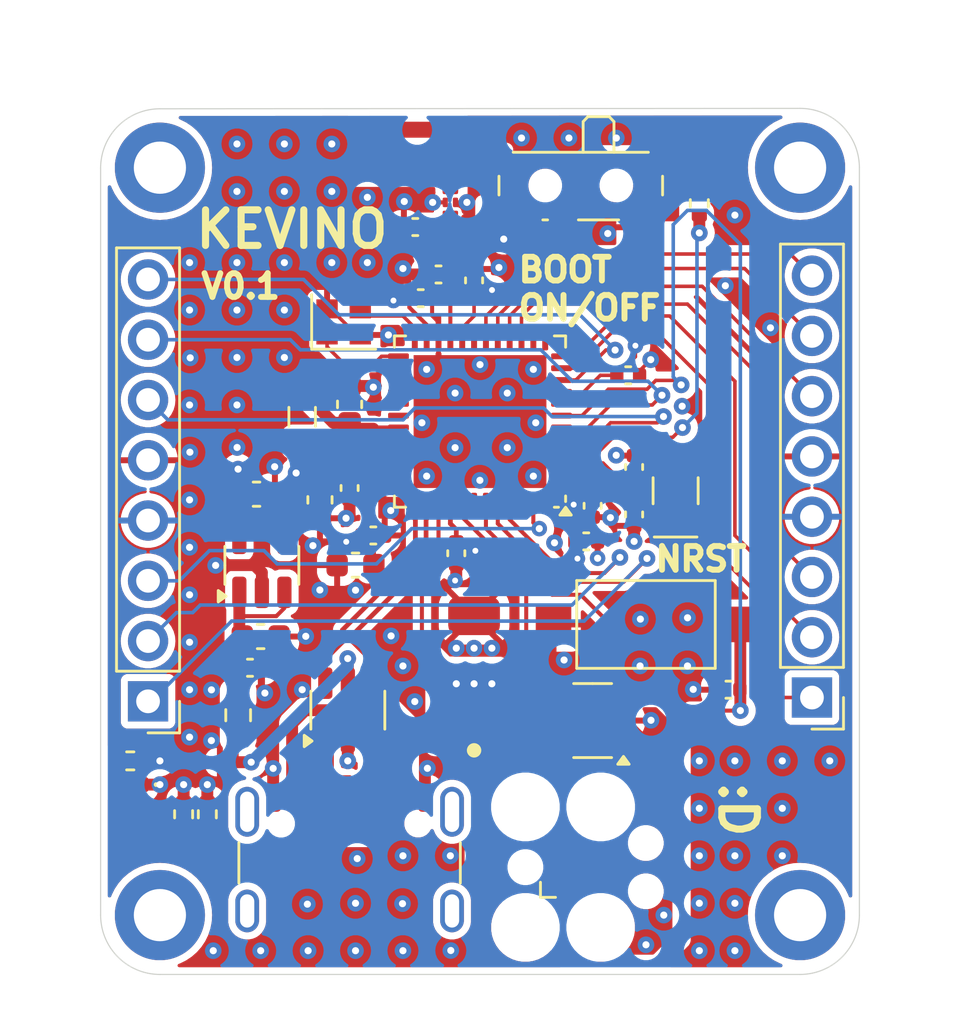
<source format=kicad_pcb>
(kicad_pcb (version 20240108) (generator "pcbnew") (generator_version "8.0")
  (layers (0 "F.Cu" signal) (1 "In1.Cu" power) (2 "In2.Cu" power) (31 "B.Cu" signal) (34 "B.Paste" user) (35 "F.Paste" user) (36 "B.SilkS" user "B.Silkscreen") (37 "F.SilkS" user "F.Silkscreen") (38 "B.Mask" user) (39 "F.Mask" user) (44 "Edge.Cuts" user))
  (net 0 "")
  (net 1 "GND")
  (net 2 "+5V")
  (net 3 "+3V3")
  (net 4 "/LSE_IN")
  (net 5 "/LSE_OUT")
  (net 6 "/NRST")
  (net 7 "/SMPS_FB")
  (net 8 "/RF")
  (net 9 "/RF_FLT")
  (net 10 "/SWDIO")
  (net 11 "/SWDO")
  (net 12 "/SWDCLK")
  (net 13 "/USB_RAW+")
  (net 14 "/USB_RAW-")
  (net 16 "/PB7")
  (net 17 "/PA1")
  (net 18 "/PB5")
  (net 19 "/PB9")
  (net 20 "/PB8")
  (net 21 "/PB4")
  (net 22 "/PA3")
  (net 23 "/PA7")
  (net 24 "/PA2")
  (net 25 "/PA9")
  (net 26 "/PA6")
  (net 27 "/PA8")
  (net 28 "/SMPS_L2")
  (net 29 "/SMPS_L1")
  (net 30 "/BOOT0")
  (net 31 "/BOOT0_SW")
  (net 32 "/USB-")
  (net 33 "/USB+")
  (net 34 "/HSE_IN")
  (net 35 "/HSE_OUT")
  (net 45 "/RF_AN")
  (net 52 "/USB_CC2")
  (net 53 "/USB_CC1")
  (net 54 "/LED")
  (net 55 "/USB_PWR_RAW")
  (net 56 "/RF_RAD")
  (footprint "Resistor_SMD:R_0402_1005Metric" (layer "F.Cu") (at 172.5 130 180)
    (property "Reference" "R3" (hide yes))
    (property "Value" "220R")
  )
  (footprint "Capacitor_SMD:C_0402_1005Metric" (layer "F.Cu") (at 191.73 120.75)
    (property "Reference" "C7" (hide yes))
    (property "Value" "100n")
  )
  (footprint "Capacitor_SMD:C_0402_1005Metric" (layer "F.Cu") (at 197.73 127 180)
    (property "Reference" "C12" (hide yes))
    (property "Value" "100n")
  )
  (footprint "Resistor_SMD:R_0402_1005Metric" (layer "F.Cu") (at 175.75 132.25 90)
    (property "Reference" "R2" (hide yes))
    (property "Value" "5k1")
  )
  (footprint "Capacitor_SMD:C_0402_1005Metric" (layer "F.Cu") (at 186.25 121.25 -90)
    (property "Reference" "C9" (hide yes))
    (property "Value" "100n")
  )
  (footprint "Inductor_SMD:L_0402_1005Metric" (layer "F.Cu") (at 181.765 117)
    (property "Reference" "L2" (hide yes))
    (property "Value" "10n")
  )
  (footprint "lib:SMLVT3V3" (layer "F.Cu") (at 187 126 90)
    (property "Reference" "D2" (hide yes))
    (property "Value" "SMLVT3V3")
  )
  (footprint "Capacitor_SMD:C_0402_1005Metric" (layer "F.Cu") (at 193.75 117.615 90)
    (property "Reference" "C11" (hide yes))
    (property "Value" "10p")
  )
  (footprint "Connector:Tag-Connect_TC2030-IDC-FP_2x03_P1.27mm_Vertical" (layer "F.Cu") (at 191.704531 134.4804)
    (property "Reference" "J2" (hide yes))
    (property "Value" "Conn_ARM_SWD_TagConnect_TC2030")
  )
  (footprint "MountingHole:MountingHole_2.2mm_M2_DIN965_Pad" (layer "F.Cu") (at 200.75 105 180)
    (property "Reference" "H4" (hide yes))
    (property "Value" "MountingHole")
  )
  (footprint "Capacitor_SMD:C_0603_1608Metric" (layer "F.Cu") (at 180.5 119 -90)
    (property "Reference" "C14" (hide yes))
    (property "Value" "4u7")
  )
  (footprint "Capacitor_SMD:C_0402_1005Metric" (layer "F.Cu") (at 177.55 126.075)
    (property "Reference" "C20" (hide yes))
    (property "Value" "100n")
  )
  (footprint "Package_TO_SOT_SMD:SOT-23-6" (layer "F.Cu") (at 181.676196 127.8625 90)
    (property "Reference" "U1" (hide yes))
    (property "Value" "USBLC6-2SC6")
  )
  (footprint "lib:STM32WB55CEU6" (layer "F.Cu") (at 187.25 115.7 180)
    (property "Reference" "U3" (hide yes))
    (property "Value" "STM32WB55CEU6")
  )
  (footprint "MountingHole:MountingHole_2.2mm_M2_DIN965_Pad" (layer "F.Cu") (at 173.75 105 180)
    (property "Reference" "H3" (hide yes))
    (property "Value" "MountingHole")
  )
  (footprint "Capacitor_SMD:C_0603_1608Metric" (layer "F.Cu") (at 181.75 114.975 -90)
    (property "Reference" "C13" (hide yes))
    (property "Value" "4u7")
  )
  (footprint "Capacitor_SMD:C_0402_1005Metric" (layer "F.Cu") (at 192 119.25 -90)
    (property "Reference" "C4" (hide yes))
    (property "Value" "100n")
  )
  (footprint "Capacitor_SMD:C_0402_1005Metric" (layer "F.Cu") (at 193.5 113.75)
    (property "Reference" "C5" (hide yes))
    (property "Value" "100n")
  )
  (footprint "Capacitor_SMD:C_0402_1005Metric" (layer "F.Cu") (at 182.75 120.5)
    (property "Reference" "C8" (hide yes))
    (property "Value" "100n")
  )
  (footprint "Capacitor_SMD:C_0603_1608Metric" (layer "F.Cu") (at 182 121.75 180)
    (property "Reference" "C3" (hide yes))
    (property "Value" "4u7")
  )
  (footprint "Capacitor_SMD:C_0402_1005Metric" (layer "F.Cu") (at 185.5 109.5)
    (property "Reference" "C17" (hide yes))
    (property "Value" "0p8")
  )
  (footprint "lib:ANT1608LL14R2400A" (layer "F.Cu") (at 185.953332 103.461043)
    (property "Reference" "AN1" (hide yes))
    (property "Value" "ANT1608LL14R2400A")
  )
  (footprint "Capacitor_SMD:C_0402_1005Metric" (layer "F.Cu") (at 187 109.75 90)
    (property "Reference" "C6" (hide yes))
    (property "Value" "100n")
  )
  (footprint "Crystal:Crystal_SMD_2016-4Pin_2.0x1.6mm" (layer "F.Cu") (at 181.5 111.5)
    (property "Reference" "X2" (hide yes))
    (property "Value" "NX2016SA-32M-EXS00A-CS06465 ")
  )
  (footprint "Fiducial:Fiducial_1mm_Mask2mm" (layer "F.Cu") (at 172.75 133 180)
    (property "Reference" "FM1" (hide yes))
    (property "Value" "Fiducial")
  )
  (footprint "Capacitor_SMD:C_0603_1608Metric" (layer "F.Cu") (at 177.825 118.76)
    (property "Reference" "C2" (hide yes))
    (property "Value" "1u")
  )
  (footprint "Capacitor_SMD:C_0603_1608Metric" (layer "F.Cu") (at 178 124.76 180)
    (property "Reference" "C1" (hide yes))
    (property "Value" "1u")
  )
  (footprint "Button_Switch_SMD:SW_SPST_CK_RS282G05A3" (layer "F.Cu") (at 194.25 124.25)
    (property "Reference" "SW2" (hide yes))
    (property "Value" "SW_Push")
  )
  (footprint "Resistor_SMD:R_0603_1608Metric" (layer "F.Cu") (at 177.05 128.075 90)
    (property "Reference" "FB1" (hide yes))
    (property "Value" "33R")
  )
  (footprint "Inductor_SMD:L_0402_1005Metric" (layer "F.Cu") (at 185.5 108.5 180)
    (property "Reference" "L3" (hide yes))
    (property "Value" "2n7")
  )
  (footprint "Inductor_SMD:L_0805_2012Metric" (layer "F.Cu") (at 179.75 115.5 90)
    (property "Reference" "L1" (hide yes))
    (property "Value" "10u")
  )
  (footprint "Capacitor_SMD:C_0402_1005Metric" (layer "F.Cu") (at 181.75 118.5 -90)
    (property "Reference" "C15" (hide yes))
    (property "Value" "100n")
  )
  (footprint "Resistor_SMD:R_0402_1005Metric" (layer "F.Cu") (at 196.5 106.5 -90)
    (property "Reference" "R4" (hide yes))
    (property "Value" "5k1")
  )
  (footprint "Package_TO_SOT_SMD:SOT-23-5" (layer "F.Cu") (at 178.05 121.76 90)
    (property "Reference" "U2" (hide yes))
    (property "Value" "MIC5504-3.3YM5-TR")
  )
  (footprint "MountingHole:MountingHole_2.2mm_M2_DIN965_Pad" (layer "F.Cu") (at 200.75 136.5 180)
    (property "Reference" "H1" (hide yes))
    (property "Value" "MountingHole")
  )
  (footprint "Crystal:Crystal_SMD_MicroCrystal_CC7V-T1A-2Pin_3.2x1.5mm" (layer "F.Cu") (at 195.5 118.615 90)
    (property "Reference" "X1" (hide yes))
    (property "Value" "NX3215SA-32.768K-EXS00A-MU00003 ")
  )
  (footprint "MountingHole:MountingHole_2.2mm_M2_DIN965_Pad" (layer "F.Cu") (at 173.75 136.5 180)
    (property "Reference" "H2" (hide yes))
    (property "Value" "MountingHole")
  )
  (footprint "Connector_USB:USB_C_Receptacle_GCT_USB4105-xx-A_16P_TopMnt_Horizontal" (layer "F.Cu") (at 181.75 135.25)
    (property "Reference" "J1" (hide yes))
    (property "Value" "USB_C_Receptacle_USB2.0_14P")
  )
  (footprint "LED_SMD:LED_0402_1005Metric" (layer "F.Cu") (at 172.5 131 180)
    (property "Reference" "D1" (hide yes))
    (property "Value" "LED")
  )
  (footprint "Capacitor_SMD:C_0402_1005Metric" (layer "F.Cu") (at 193.75 119.615 90)
    (property "Reference" "C10" (hide yes))
    (property "Value" "10p")
  )
  (footprint "lib:DLF162500LT-5028A1" (layer "F.Cu") (at 186 106.4625 90)
    (property "Reference" "FLT1" (hide yes))
    (property "Value" "DLF162500LT-5028A1")
  )
  (footprint "Capacitor_SMD:C_0201_0603Metric" (layer "F.Cu") (at 176.6 130.055 180)
    (property "Reference" "C19" (hide yes))
    (property "Value" "10n")
  )
  (footprint "Package_TO_SOT_SMD:SOT-23-5" (layer "F.Cu") (at 192 128.301007 180)
    (property "Reference" "D3" (hide yes))
    (property "Value" "ESDA6V1SC5")
  )
  (footprint "Button_Switch_SMD:SW_SPDT_PCM12" (layer "F.Cu") (at 191.5 106.08 180)
    (property "Reference" "SW1" (hide yes))
    (property "Value" "SW_SPDT")
  )
  (footprint "Resistor_SMD:R_0402_1005Metric" (layer "F.Cu") (at 174.75 132.25 -90)
    (property "Reference" "R1" (hide yes))
    (property "Value" "5k1")
  )
  (footprint "Fiducial:Fiducial_1mm_Mask2mm" (layer "F.Cu") (at 201.75 133 180)
    (property "Reference" "FM2" (hide yes))
    (property "Value" "Fiducial")
  )
  (footprint "Fiducial:Fiducial_1mm_Mask2mm" (layer "F.Cu") (at 197.25 104 180)
    (property "Reference" "FM3" (hide yes))
    (property "Value" "Fiducial")
  )
  (footprint "Capacitor_SMD:C_0402_1005Metric" (layer "F.Cu") (at 184.75 110.5)
    (property "Reference" "C16" (hide yes))
    (property "Value" "100n")
  )
  (footprint "Capacitor_SMD:C_0402_1005Metric" (layer "F.Cu") (at 184.52 107.5 180)
    (property "Reference" "C18" (hide yes))
    (property "Value" "0p3")
  )
  (footprint "Connector_PinHeader_2.54mm:PinHeader_1x08_P2.54mm_Vertical" (layer "F.Cu") (at 173.25 127.49 180)
    (property "Reference" "J3" (hide yes))
    (property "Value" "Conn_01x08_Pin")
  )
  (footprint "Connector_PinHeader_2.54mm:PinHeader_1x08_P2.54mm_Vertical" (layer "F.Cu") (at 201.25 127.33 180)
    (property "Reference" "J4" (hide yes))
    (property "Value" "Conn_01x08_Pin")
  )
  (gr_arc (start 203.25 136.5) (mid 202.517767 138.267767) (end 200.75 139) (stroke (width 0.05)) (layer "Edge.Cuts"))
  (gr_line (start 171.25 136.5) (end 171.25 105.017767) (stroke (width 0.05)) (layer "Edge.Cuts"))
  (gr_line (start 203.25 105) (end 203.25 136.5) (stroke (width 0.05)) (layer "Edge.Cuts"))
  (gr_line (start 173.75 102.517767) (end 200.75 102.5) (stroke (width 0.05)) (layer "Edge.Cuts"))
  (gr_arc (start 200.75 102.5) (mid 202.517767 103.232233) (end 203.25 105) (stroke (width 0.05)) (layer "Edge.Cuts"))
  (gr_arc (start 173.75 139) (mid 171.982233 138.267767) (end 171.25 136.5) (stroke (width 0.05)) (layer "Edge.Cuts"))
  (gr_arc (start 171.25 105.017767) (mid 171.982233 103.25) (end 173.75 102.517767) (stroke (width 0.05)) (layer "Edge.Cuts"))
  (gr_line (start 200.75 139) (end 173.75 139) (stroke (width 0.05)) (layer "Edge.Cuts"))
  (gr_text "BOOT\nON/OFF" (at 188.75 111.5 0) (layer "F.SilkS") (effects (font (size 1 1) (thickness 0.25) (bold yes)) (justify left bottom)))
  (gr_text "V0.1" (at 175.371198 110.582467 0) (layer "F.SilkS") (effects (font (size 1 1) (thickness 0.25) (bold yes)) (justify left bottom)))
  (gr_text ":D" (at 197.25 130.75 -90) (layer "F.SilkS") (effects (font (size 1.5 1.5) (thickness 0.3) (bold yes)) (justify left bottom)))
  (gr_text "KEVINO" (at 175.119911 108.475521 0) (layer "F.SilkS") (effects (font (size 1.5 1.5) (thickness 0.3) (bold yes)) (justify left bottom)))
  (gr_text "NRST" (at 194.52264 122.079711 0) (layer "F.SilkS") (effects (font (size 1 1) (thickness 0.25) (bold yes)) (justify left bottom)))
  (segment (start 192.994401 117.119205) (end 193.734205 117.119205) (width 0.15) (layer "F.Cu") (net 1))
  (segment (start 184.25 109.5) (end 184 109.25) (width 0.5) (layer "F.Cu") (net 1))
  (segment (start 176.111518 121.75) (end 176.1 121.761518) (width 0.5) (layer "F.Cu") (net 1))
  (segment (start 194.448993 128.301007) (end 194.461342 128.288658) (width 0.2) (layer "F.Cu") (net 1))
  (segment (start 181.6725 129.003696) (end 181.676196 129) (width 0.15) (layer "F.Cu") (net 1))
  (segment (start 183.8125 116.45) (end 186.5 116.45) (width 0.25) (layer "F.Cu") (net 1))
  (segment (start 193.1375 128.301007) (end 194.448993 128.301007) (width 0.2) (layer "F.Cu") (net 1))
  (segment (start 184.926196 131.675) (end 184.926196 130.419502) (width 0.5) (layer "F.Cu") (net 1))
  (segment (start 182.7 114.2) (end 181.75 114.2) (width 0.5) (layer "F.Cu") (net 1))
  (segment (start 185.23 111.23) (end 185.23 110.5) (width 0.17) (layer "F.Cu") (net 1))
  (segment (start 193.74 107.5) (end 193.75 107.51) (width 0.5) (layer "F.Cu") (net 1))
  (segment (start 185.02 109.5) (end 184.25 109.5) (width 0.5) (layer "F.Cu") (net 1))
  (segment (start 181.75 118.98) (end 181.75 119.622542) (width 0.5) (layer "F.Cu") (net 1))
  (segment (start 173.75 131) (end 172.985 131) (width 0.5) (layer "F.Cu") (net 1))
  (segment (start 193.75 120.095) (end 193.75 120.75) (width 0.5) (layer "F.Cu") (net 1))
  (segment (start 192.974531 135.1154) (end 193.624673 134.465258) (width 0.2) (layer "F.Cu") (net 1))
  (segment (start 182.75 114.25) (end 182.7 114.2) (width 0.5) (layer "F.Cu") (net 1))
  (segment (start 195.149831 134.138318) (end 195.149831 129.960286) (width 0.2) (layer "F.Cu") (net 1))
  (segment (start 180.8 110.95) (end 180.95 110.95) (width 0.15) (layer "F.Cu") (net 1))
  (segment (start 193.490552 128.301007) (end 193.1375 128.301007) (width 0.2) (layer "F.Cu") (net 1))
  (segment (start 185.5 112.2625) (end 185.5 111.5) (width 0.17) (layer "F.Cu") (net 1))
  (segment (start 185.5 111.5) (end 185.23 111.23) (width 0.17) (layer "F.Cu") (net 1))
  (segment (start 195.149831 129.960286) (end 193.490552 128.301007) (width 0.2) (layer "F.Cu") (net 1))
  (segment (start 192.75 119.75) (end 192.73 119.73) (width 0.17) (layer "F.Cu") (net 1))
  (segment (start 192.21 120.75) (end 192.21 121.46) (width 0.15) (layer "F.Cu") (net 1))
  (segment (start 186.25 121.73) (end 186.25 122.35) (width 0.5) (layer "F.Cu") (net 1))
  (segment (start 194.45 113.090307) (end 193.98 113.560307) (width 0.15) (layer "F.Cu") (net 1))
  (segment (start 177.738482 121.75) (end 176.111518 121.75) (width 0.5) (layer "F.Cu") (net 1))
  (segment (start 181.6725 130) (end 181.6725 129.003696) (width 0.5) (layer "F.Cu") (net 1))
  (segment (start 182.05 112.05) (end 182.2 112.05) (width 0.15) (layer "F.Cu") (net 1))
  (segment (start 178.526196 130.317629) (end 178.526196 131.675) (width 0.5) (layer "F.Cu") (net 1))
  (segment (start 193.734205 117.119205) (end 193.75 117.135) (width 0.15) (layer "F.Cu") (net 1))
  (segment (start 180.95 110.95) (end 182.05 112.05) (width 0.15) (layer "F.Cu") (net 1))
  (segment (start 192.73 119.73) (end 192 119.73) (width 0.17) (layer "F.Cu") (net 1))
  (segment (start 180.495784 122.798319) (end 180.597465 122.9) (width 0.15) (layer "F.Cu") (net 1))
  (segment (start 178.05 122.8975) (end 178.05 122.061518) (width 0.5) (layer "F.Cu") (net 1))
  (segment (start 186.696995 106.46193) (end 186.21557 106.46193) (width 0.17) (layer "F.Cu") (net 1))
  (segment (start 186.5 116.45) (end 187.25 115.7) (width 0.15) (layer "F.Cu") (net 1))
  (segment (start 174.75 131.74) (end 174.75 131) (width 0.5) (layer "F.Cu") (net 1))
  (segment (start 193.624673 134.465258) (end 194.822891 134.465258) (width 0.2) (layer "F.Cu") (net 1))
  (segment (start 185.252612 106.4625) (end 185.785 106.4625) (width 0.17) (layer "F.Cu") (net 1))
  (segment (start 175.75 131.74) (end 175.75 131) (width 0.5) (layer "F.Cu") (net 1))
  (segment (start 178.03 126.994754) (end 178.03 126.075) (width 0.3) (layer "F.Cu") (net 1))
  (segment (start 194.822891 134.465258) (end 195.149831 134.138318) (width 0.2) (layer "F.Cu") (net 1))
  (segment (start 178.177869 127.142623) (end 178.03 126.994754) (width 0.3) (layer "F.Cu") (net 1))
  (segment (start 186.25 122.35) (end 186.2 122.4) (width 0.17) (layer "F.Cu") (net 1))
  (segment (start 181.75 119.622542) (end 181.599778 119.772764) (width 0.5) (layer "F.Cu") (net 1))
  (segment (start 193.98 113.560307) (end 193.98 113.75) (width 0.15) (layer "F.Cu") (net 1))
  (segment (start 178.05 122.061518) (end 177.738482 121.75) (width 0.5) (layer "F.Cu") (net 1))
  (segment (start 186.21557 106.46193) (end 186.215 106.4625) (width 0.17) (layer "F.Cu") (net 1))
  (via (at 175 125) (size 0.7) (drill 0.3) (layers "F.Cu" "B.Cu") (net 1))
  (via (at 186.696995 106.46193) (size 0.7) (drill 0.3) (layers "F.Cu" "B.Cu") (net 1))
  (via (at 187.245254 118.176919) (size 0.7) (drill 0.3) (layers "F.Cu" "B.Cu") (net 1))
  (via (at 202 130) (size 0.7) (drill 0.3) (layers "F.Cu" "B.Cu") (net 1))
  (via (at 173.75 131) (size 0.7) (drill 0.3) (layers "F.Cu" "B.Cu") (net 1))
  (via (at 194.45 113.090307) (size 0.7) (drill 0.3) (layers "F.Cu" "B.Cu") (net 1))
  (via (at 199.5 111.75) (size 0.7) (drill 0.3) (layers "F.Cu" "B.Cu") (net 1))
  (via (at 195.775968 115.053241) (size 0.7) (drill 0.3) (layers "F.Cu" "B.Cu") (net 1))
  (via (at 193 103.75) (size 0.7) (drill 0.3) (layers "F.Cu" "B.Cu") (net 1))
  (via (at 179 104) (size 0.7) (drill 0.3) (layers "F.Cu" "B.Cu") (net 1))
  (via (at 192.21 121.46) (size 0.65) (drill 0.3) (layers "F.Cu" "B.Cu") (net 1))
  (via (at 194.461342 128.288658) (size 0.7) (drill 0.3) (layers "F.Cu" "B.Cu") (net 1))
  (via (at 179 106) (size 0.7) (drill 0.3) (layers "F.Cu" "B.Cu") (net 1))
  (via (at 175 123) (size 0.7) (drill 0.3) (layers "F.Cu" "B.Cu") (net 1))
  (via (at 175.75 131) (size 0.7) (drill 0.3) (layers "F.Cu" "B.Cu") (net 1))
  (via (at 179.75 127) (size 0.7) (drill 0.3) (layers "F.Cu" "B.Cu") (net 1))
  (via (at 189.6 115.75) (size 0.7) (drill 0.3) (layers "F.Cu" "B.Cu") (net 1))
  (via (at 196.5 136) (size 0.7) (drill 0.3) (layers "F.Cu" "B.Cu") (net 1))
  (via (at 181.6725 130) (size 0.7) (drill 0.3) (layers "F.Cu" "B.Cu") (net 1))
  (via (at 180.495784 122.798319) (size 0.7) (drill 0.3) (layers "F.Cu" "B.Cu") (net 1))
  (via (at 175 129) (size 0.7) (drill 0.3) (layers "F.Cu" "B.Cu") (net 1))
  (via (at 187.25 113.3) (size 0.7) (drill 0.3) (layers "F.Cu" "B.Cu") (net 1))
  (via (at 179 113) (size 0.7) (drill 0.3) (layers "F.Cu" "B.Cu") (net 1))
  (via (at 181 109) (size 0.7) (drill 0.3) (layers "F.Cu" "B.Cu") (net 1))
  (via (at 180 138) (size 0.7) (drill 0.3) (layers "F.Cu" "B.Cu") (net 1))
  (via (at 196 126) (size 0.7) (drill 0.3) (layers "F.Cu" "B.Cu") (net 1))
  (via (at 188.4 116.8) (size 0.7) (drill 0.3) (layers "F.Cu" "B.Cu") (net 1))
  (via (at 192.994401 117.119205) (size 0.7) (drill 0.3) (layers "F.Cu" "B.Cu") (net 1))
  (via (at 194 126) (size 0.7) (drill 0.3) (layers "F.Cu" "B.Cu") (net 1))
  (via (at 196.5 132) (size 0.7) (drill 0.3) (layers "F.Cu" "B.Cu") (net 1))
  (via (at 179 109) (size 0.7) (drill 0.3) (layers "F.Cu" "B.Cu") (net 1))
  (via (at 182 138) (size 0.7) (drill 0.3) (layers "F.Cu" "B.Cu") (net 1))
  (via (at 182 122.807063) (size 0.7) (drill 0.3) (layers "F.Cu" "B.Cu") (net 1))
  (via (at 185.252612 106.4625) (size 0.7) (drill 0.3) (layers "F.Cu" "B.Cu") (net 1))
  (via (at 196.5 138) (size 0.7) (drill 0.3) (layers "F.Cu" "B.Cu") (net 1))
  (via (at 189.5 118) (size 0.7) (drill 0.3) (layers "F.Cu" "B.Cu") (net 1))
  (via (at 178 138) (size 0.7) (drill 0.3) (layers "F.Cu" "B.Cu") (net 1))
  (via (at 177 104) (size 0.7) (drill 0.3) (layers "F.Cu" "B.Cu") (net 1))
  (via (at 187 125.25) (size 0.7) (drill 0.3) (layers "F.Cu" "B.Cu") (net 1))
  (via (at 187.75 125.25) (size 0.7) (drill 0.3) (layers "F.Cu" "B.Cu") (net 1))
  (via (at 175.028005 113.014003) (size 0.7) (drill 0.3) (layers "F.Cu" "B.Cu") (net 1))
  (via (at 182.5 109) (size 0.7) (drill 0.3) (layers "F.Cu" "B.Cu") (net 1))
  (via (at 186.2 114.5) (size 0.7) (drill 0.3) (layers "F.Cu" "B.Cu") (net 1))
  (via (at 184 134) (size 0.7) (drill 0.3) (layers "F.Cu" "B.Cu") (net 1))
  (via (at 196.002311 123.969685) (size 0.7) (drill 0.3) (layers "F.Cu" "B.Cu") (net 1))
  (via (at 175.920513 129.145307) (size 0.7) (drill 0.3) (layers "F.Cu" "B.Cu") (net 1))
  (via (at 182 136) (size 0.7) (drill 0.3) (layers "F.Cu" "B.Cu") (net 1))
  (via (at 179.969822 136.038541) (size 0.7) (drill 0.3) (layers "F.Cu" "B.Cu") (net 1))
  (via (at 191 103.75) (size 0.7) (drill 0.3) (layers "F.Cu" "B.Cu") (net 1))
  (via (at 177.005126 116.79201) (size 0.7) (drill 0.3) (layers "F.Cu" "B.Cu") (net 1))
  (via (at 186.2 116.8) (size 0.7) (drill 0.3) (layers "F.Cu" "B.Cu") (net 1))
  (via (at 184.8 115.75) (size 0.7) (drill 0.3) (layers "F.Cu" "B.Cu") (net 1))
  (via (at 179 111) (size 0.7) (drill 0.3) (layers "F.Cu" "B.Cu") (net 1))
  (via (at 189.5 113.5) (size 0.7) (drill 0.3) (layers "F.Cu" "B.Cu") (net 1))
  (via (at 186.018761 137.991844) (size 0.7) (drill 0.3) (layers "F.Cu" "B.Cu") (net 1))
  (via (at 190.392061 120.808803) (size 0.7) (drill 0.3) (layers "F.Cu" "B.Cu") (net 1))
  (via (at 176.1 121.761518) (size 0.7) (drill 0.3) (layers "F.Cu" "B.Cu") (net 1))
  (via (at 185.032213 130.313485) (size 0.7) (drill 0.3) (layers "F.Cu" "B.Cu") (net 1))
  (via (at 182.75 114.25) (size 0.7) (drill 0.3) (layers "F.Cu" "B.Cu") (net 1))
  (via (at 189 103.75) (size 0.7) (drill 0.3) (layers "F.Cu" "B.Cu") (net 1))
  (via (at 176 138) (size 0.7) (drill 0.3) (layers "F.Cu" "B.Cu") (net 1))
  (via (at 198 134) (size 0.7) (drill 0.3) (layers "F.Cu" "B.Cu") (net 1))
  (via (at 175 121) (size 0.7) (drill 0.3) (layers "F.Cu" "B.Cu") (net 1))
  (via (at 198 138) (size 0.7) (drill 0.3) (layers "F.Cu" "B.Cu") (net 1))
  (via (at 175 119) (size 0.7) (drill 0.3) (layers "F.Cu" "B.Cu") (net 1))
  (via (at 175 127) (size 0.7) (drill 0.3) (layers "F.Cu" "B.Cu") (net 1))
  (via (at 200 132) (size 0.7) (drill 0.3) (layers "F.Cu" "B.Cu") (net 1))
  (via (at 190.795528 125.748953) (size 0.7) (drill 0.3) (layers "F.Cu" "B.Cu") (net 1))
  (via (at 197.597218 109.97524) (size 0.7) (drill 0.3) (layers "F.Cu" "B.Cu") (net 1))
  (via (at 196.241749 126.986775) (size 0.7) (drill 0.3) (layers "F.Cu" "B.Cu") (net 1))
  (via (at 186.2 122.4) (size 0.65) (drill 0.25) (layers "F.Cu" "B.Cu") (net 1))
  (via (at 184.5 127.5) (size 0.7) (drill 0.3) (layers "F.Cu" "B.Cu") (net 1))
  (via (at 198 136) (size 0.7) (drill 0.3) (layers "F.Cu" "B.Cu") (net 1))
  (via (at 178.177869 127.142623) (size 0.7) (drill 0.3) (layers "F.Cu" "B.Cu") (net 1))
  (via (at 188.047379 109.207049) (size 0.7) (drill 0.3) (layers "F.Cu" "B.Cu") (net 1))
  (via (at 181 106) (size 0.7) (drill 0.3) (layers "F.Cu" "B.Cu") (net 1))
  (via (at 180.202924 120.928961) (size 0.7) (drill 0.3) (layers "F.Cu" "B.Cu") (net 1))
  (via (at 175 111) (size 0.7) (drill 0.3) (layers "F.Cu" "B.Cu") (net 1))
  (via (at 184 109.25) (size 0.7) (drill 0.3) (layers "F.Cu" "B.Cu") (net 1))
  (via (at 178.526196 130.317629) (size 0.7) (drill 0.3) (layers "F.Cu" "B.Cu") (net 1))
  (via (at 181.599778 119.772764) (size 0.7) (drill 0.3) (layers "F.Cu" "B.Cu") (net 1))
  (via (at 193.75 120.75) (size 0.7) (drill 0.3) (layers "F.Cu" "B.Cu") (net 1))
  (via (at 192.6383 107.77381) (size 0.7) (drill 0.3) (layers "F.Cu" "B.Cu") (net 1))
  (via (at 183.981445 136.017537) (size 0.7) (drill 0.3) (layers "F.Cu" "B.Cu") (net 1))
  (via (at 178.588934 117.602705) (size 0.7) (drill 0.3) (layers "F.Cu" "B.Cu") (net 1))
  (via (at 186.25 125.25) (size 0.7) (drill 0.3) (layers "F.Cu" "B.Cu") (net 1))
  (via (at 175 109) (size 0.7) (drill 0.3) (layers "F.Cu" "B.Cu") (net 1))
  (via (at 182.5 106.25) (size 0.7) (drill 0.3) (layers "F.Cu" "B.Cu") (net 1))
  (via (at 175 115) (size 0.7) (drill 0.3) (layers "F.Cu" "B.Cu") (net 1))
  (via (at 200 130) (size 0.7) (drill 0.3) (layers "F.Cu" "B.Cu") (net 1))
  (via (at 175.014003 116.99062) (size 0.7) (drill 0.3) (layers "F.Cu" "B.Cu") (net 1))
  (via (at 192.75 119.75) (size 0.7) (drill 0.3) (layers "F.Cu" "B.Cu") (net 1))
  (via (at 177 115) (size 0.7) (drill 0.3) (layers "F.Cu" "B.Cu") (net 1))
  (via (at 198 130) (size 0.7) (drill 0.3) (layers "F.Cu" "B.Cu") (net 1))
  (via (at 194.25 137.75) (size 0.7) (drill 0.3) (layers "F.Cu" "B.Cu") (net 1))
  (via (at 183.5 124.733988) (size 0.7) (drill 0.3) (layers "F.Cu" "B.Cu") (net 1))
  (via (at 194.014003 124.025694) (size 0.7) (drill 0.3) (layers "F.Cu" "B.Cu") (net 1))
  (via (at 184.056056 106.424913) (size 0.7) (drill 0.3) (layers "F.Cu" "B.Cu") (net 1))
  (via (at 174.75 131) (size 0.7) (drill 0.3) (layers "F.Cu" "B.Cu") (net 1))
  (via (at 195 136.5) (size 0.7) (drill 0.3) (layers "F.Cu" "B.Cu") (net 1))
  (via (at 185 118) (size 0.7) (drill 0.3) (layers "F.Cu" "B.Cu") (net 1))
  (via (at 200 134) (size 0.7) (drill 0.3) (layers "F.Cu" "B.Cu") (net 1))
  (via (at 186 134) (size 0.7) (drill 0.3) (layers "F.Cu" "B.Cu") (net 1))
  (via (at 177 113) (size 0.7) (drill 0.3) (layers "F.Cu" "B.Cu") (net 1))
  (via (at 177 106) (size 0.7) (drill 0.3) (layers "F.Cu" "B.Cu") (net 1))
  (via (at 196.5 130) (size 0.7) (drill 0.3) (layers "F.Cu" "B.Cu") (net 1))
  (via (at 198 107) (size 0.7) (drill 0.3) (layers "F.Cu" "B.Cu") (net 1))
  (via (at 175.922955 127.006612) (size 0.7) (drill 0.3) (layers "F.Cu" "B.Cu") (net 1))
  (via (at 184 126) (size 0.7) (drill 0.3) (layers "F.Cu" "B.Cu") (net 1))
  (via (at 185 113.5) (size 0.7) (drill 0.3) (layers "F.Cu" "B.Cu") (net 1))
  (via (at 184 138) (size 0.7) (drill 0.3) (layers "F.Cu" "B.Cu") (net 1))
  (via (at 182.072322 134.117864) (size 0.7) (drill 0.3) (layers "F.Cu" "B.Cu") (net 1))
  (via (at 179.901965 124.749651) (size 0.7) (drill 0.3) (layers "F.Cu" "B.Cu") (net 1))
  (via (at 196.5 134) (size 0.7) (drill 0.3) (layers "F.Cu" "B.Cu") (net 1))
  (via (at 183.387254 112.05) (size 0.7) (drill 0.3) (layers "F.Cu" "B.Cu") (net 1))
  (via (at 177 109) (size 0.7) (drill 0.3) (layers "F.Cu" "B.Cu") (net 1))
  (via (at 188.4 114.5) (size 0.7) (drill 0.3) (layers "F.Cu" "B.Cu") (net 1))
  (via (at 183.484242 119.450633) (size 0.7) (drill 0.3) (layers "F.Cu" "B.Cu") (net 1))
  (via (at 177 111) (size 0.7) (drill 0.3) (layers "F.Cu" "B.Cu") (net 1))
  (via (at 181 104) (size 0.7) (drill 0.3) (layers "F.Cu" "B.Cu") (net 1))
  (segment (start 178.95 122.827501) (end 178.95 123.49) (width 0.17) (layer "F.Cu") (net 2))
  (segment (start 177.1 124.71) (end 177.05 124.76) (width 0.5) (layer "F.Cu") (net 2))
  (segment (start 177.05 126.095) (end 177.07 126.075) (width 0.5) (layer "F.Cu") (net 2))
  (segment (start 179 123.559999) (end 178.659999 123.9) (width 0.17) (layer "F.Cu") (net 2))
  (segment (start 177.05 127.25) (end 177.05 126.095) (width 0.5) (layer "F.Cu") (net 2))
  (segment (start 177.1 123.9) (end 177.1 124.71) (width 0.5) (layer "F.Cu") (net 2))
  (segment (start 177.07 126.075) (end 177.07 124.78) (width 0.5) (layer "F.Cu") (net 2))
  (segment (start 177.1 122.8975) (end 177.1 123.9) (width 0.5) (layer "F.Cu") (net 2))
  (segment (start 178.659999 123.9) (end 177.1 123.9) (width 0.17) (layer "F.Cu") (net 2))
  (segment (start 181.75 118.02) (end 180.955 118.02) (width 0.15) (layer "F.Cu") (net 3))
  (segment (start 183.8125 117.45) (end 183.05 117.45) (width 0.15) (layer "F.Cu") (net 3))
  (segment (start 182.585 118.415) (end 182.585 120.185) (width 0.15) (layer "F.Cu") (net 3))
  (segment (start 182.48 118.02) (end 181.75 118.02) (width 0.15) (layer "F.Cu") (net 3))
  (segment (start 184.27 110.5) (end 183.7 110.5) (width 0.17) (layer "F.Cu") (net 3))
  (segment (start 186 119.1375) (end 186 120) (width 0.2) (layer "F.Cu") (net 3))
  (segment (start 191.52 118.77) (end 192 118.77) (width 0.2) (layer "F.Cu") (net 3))
  (segment (start 191.52 118.88) (end 191.52 118.77) (width 0.2) (layer "F.Cu") (net 3))
  (segment (start 186.25 120.25) (end 186.25 120.77) (width 0.2) (layer "F.Cu") (net 3))
  (segment (start 190.3625 119.1375) (end 191.25 120.025) (width 0.17) (layer "F.Cu") (net 3))
  (segment (start 183.8125 117.95) (end 183.05 117.95) (width 0.15) (layer "F.Cu") (net 3))
  (segment (start 191.2 119.2) (end 191.52 118.88) (width 0.2) (layer "F.Cu") (net 3))
  (segment (start 182.775 121.005) (end 182.27 120.5) (width 0.17) (layer "F.Cu") (net 3))
  (segment (start 185 112.2625) (end 185 111.620442) (width 0.17) (layer "F.Cu") (net 3))
  (segment (start 190.6875 114.95) (end 191.124999 114.95) (width 0.15) (layer "F.Cu") (net 3))
  (segment (start 173.01 130) (end 173.75 130) (width 0.5) (layer "F.Cu") (net 3))
  (segment (start 192.324999 113.75) (end 193.02 113.75) (width 0.15) (layer "F.Cu") (net 3))
  (segment (start 191.124999 114.95) (end 192.324999 113.75) (width 0.15) (layer "F.Cu") (net 3))
  (segment (start 187 134.25) (end 187 128.11) (width 0.2) (layer "F.Cu") (net 3))
  (segment (start 190.07781 135.472121) (end 188.222121 135.472121) (width 0.2) (layer "F.Cu") (net 3))
  (segment (start 191.2 118.45) (end 191.52 118.77) (width 0.2) (layer "F.Cu") (net 3))
  (segment (start 179.851657 118.225) (end 179.493925 117.867268) (width 0.17) (layer "F.Cu") (net 3))
  (segment (start 186.5 112.2625) (end 186.5 111.75) (width 0.15) (layer "F.Cu") (net 3))
  (segment (start 184.27 110.890442) (end 184.27 110.5) (width 0.17) (layer "F.Cu") (net 3))
  (segment (start 180.955 118.02) (end 180.75 118.225) (width 0.15) (layer "F.Cu") (net 3))
  (segment (start 190.6875 118.45) (end 191.2 118.45) (width 0.2) (layer "F.Cu") (net 3))
  (segment (start 181.875728 120.5) (end 181.608829 120.766899) (width 0.15) (layer "F.Cu") (net 3))
  (segment (start 191.25 120.75) (end 191.25 121.36487) (width 0.17) (layer "F.Cu") (net 3))
  (segment (start 186.62573 121.14573) (end 186.25 120.77) (width 0.2) (layer "F.Cu") (net 3))
  (segment (start 182.585 120.185) (end 182.27 120.5) (width 0.15) (layer "F.Cu") (net 3))
  (segment (start 187 111.25) (end 187 110.23) (width 0.15) (layer "F.Cu") (net 3))
  (segment (start 193.803199 112.501009) (end 193.803199 112.966801) (width 0.15) (layer "F.Cu") (net 3))
  (segment (start 180.5 118.225) (end 179.851657 118.225) (width 0.17) (layer "F.Cu") (net 3))
  (segment (start 188.75 107.51) (end 188.25 108.01) (width 0.5) (layer "F.Cu") (net 3))
  (segment (start 183.05 117.95) (end 182.585 118.415) (width 0.15) (layer "F.Cu") (net 3))
  (segment (start 191.25 121.36487) (end 191.36013 121.475) (width 0.17) (layer "F.Cu") (net 3))
  (segment (start 190.434531 135.1154) (end 190.07781 135.472121) (width 0.2) (layer "F.Cu") (net 3))
  (segment (start 173.026214 129.951214) (end 173.025 129.95) (width 0.5) (layer "F.Cu") (net 3))
  (segment (start 188.222121 135.472121) (end 187 134.25) (width 0.2) (layer "F.Cu") (net 3))
  (segment (start 183.7 110.5) (end 183.6 110.6) (width 0.17) (layer "F.Cu") (net 3))
  (segment (start 182.775 121.75) (end 182.775 121.005) (width 0.17) (layer "F.Cu") (net 3))
  (segment (start 190 119.1375) (end 190.3625 119.1375) (width 0.17) (layer "F.Cu") (net 3))
  (segment (start 177.05 118.76) (end 177.05 117.70773) (width 0.5) (layer "F.Cu") (net 3))
  (segment (start 191.25 120.025) (end 191.25 120.75) (width 0.17) (layer "F.Cu") (net 3))
  (segment (start 187.681522 110.23) (end 187.755761 110.155761) (width 0.15) (layer "F.Cu") (net 3))
  (segment (start 182.27 120.5) (end 181.875728 120.5) (width 0.15) (layer "F.Cu") (net 3))
  (segment (start 183.05 117.45) (end 182.48 118.02) (width 0.15) (layer "F.Cu") (net 3))
  (segment (start 189.25 107.51) (end 188.75 107.51) (width 0.5) (layer "F.Cu") (net 3))
  (segment (start 186.5 111.75) (end 187 111.25) (width 0.15) (layer "F.Cu") (net 3))
  (segment (start 186 120) (end 186.25 120.25) (width 0.2) (layer "F.Cu") (net 3))
  (segment (start 185 111.620442) (end 184.27 110.890442) (width 0.17) (layer "F.Cu") (net 3))
  (segment (start 193.803199 112.966801) (end 193.02 113.75) (width 0.15) (layer "F.Cu") (net 3))
  (segment (start 187.05427 121.14573) (end 186.62573 121.14573) (width 0.2) (layer "F.Cu") (net 3))
  (segment (start 177.1 120.6225) (end 177.1 118.81) (width 0.5) (layer "F.Cu") (net 3))
  (segment (start 187 110.23) (end 187.681522 110.23) (width 0.15) (layer "F.Cu") (net 3))
  (via (at 191.2 119.2) (size 0.65) (drill 0.25) (layers "F.Cu" "B.Cu") (net 3))
  (via (at 173.75 130) (size 0.7) (drill 0.3) (layers "F.Cu" "B.Cu") (net 3))
  (via (at 187.75 126.75) (size 0.7) (drill 0.3) (layers "F.Cu" "B.Cu") (net 3))
  (via (at 191.36013 121.475) (size 0.65) (drill 0.25) (layers "F.Cu" "B.Cu") (net 3))
  (via (at 188.25 108.01) (size 0.7) (drill 0.3) (layers "F.Cu" "B.Cu") (net 3))
  (via (at 177.04648 117.70421) (size 0.7) (drill 0.3) (layers "F.Cu" "B.Cu") (net 3))
  (via (at 193.803199 112.501009) (size 0.65) (drill 0.25) (layers "F.Cu" "B.Cu") (net 3))
  (via (at 179.493925 117.867268) (size 0.7) (drill 0.3) (layers "F.Cu" "B.Cu") (net 3))
  (via (at 187.755761 110.155761) (size 0.65) (drill 0.25) (layers "F.Cu" "B.Cu") (net 3))
  (via (at 187.05427 121.14573) (size 0.65) (drill 0.25) (layers "F.Cu" "B.Cu") (net 3))
  (via (at 186.25 126.75) (size 0.7) (drill 0.3) (layers "F.Cu" "B.Cu") (net 3))
  (via (at 187 126.75) (size 0.7) (drill 0.3) (layers "F.Cu" "B.Cu") (net 3))
  (via (at 181.608829 120.766899) (size 0.65) (drill 0.25) (layers "F.Cu" "B.Cu") (net 3))
  (via (at 183.6 110.6) (size 0.65) (drill 0.25) (layers "F.Cu" "B.Cu") (net 3))
  (segment (start 193.385 119.135) (end 192.2 117.95) (width 0.15) (layer "F.Cu") (net 4))
  (segment (start 195.5 119.865) (end 194.48 119.865) (width 0.15) (layer "F.Cu") (net 4))
  (segment (start 194.48 119.865) (end 193.75 119.135) (width 0.15) (layer "F.Cu") (net 4))
  (segment (start 192.2 117.95) (end 190.6875 117.95) (width 0.15) (layer "F.Cu") (net 4))
  (segment (start 193.75 119.135) (end 193.385 119.135) (width 0.15) (layer "F.Cu") (net 4))
  (segment (start 193.75 118.095) (end 193.086312 118.095) (width 0.15) (layer "F.Cu") (net 5))
  (segment (start 194.5 117.365) (end 193.77 118.095) (width 0.15) (layer "F.Cu") (net 5))
  (segment (start 192.441312 117.45) (end 190.6875 117.45) (width 0.15) (layer "F.Cu") (net 5))
  (segment (start 193.77 118.095) (end 193.75 118.095) (width 0.15) (layer "F.Cu") (net 5))
  (segment (start 195.5 117.365) (end 194.5 117.365) (width 0.15) (layer "F.Cu") (net 5))
  (segment (start 193.086312 118.095) (end 192.441312 117.45) (width 0.15) (layer "F.Cu") (net 5))
  (segment (start 195.75 137.529931) (end 195.75 128.25) (width 0.17) (layer "F.Cu") (net 6))
  (segment (start 198.23 127.880914) (end 198.23 124.33) (width 0.5) (layer "F.Cu") (net 6))
  (segment (start 191.704531 135.1154) (end 190.749522 136.070409) (width 0.17) (layer "F.Cu") (net 6))
  (segment (start 195.75 128.25) (end 194.851007 127.351007) (width 0.17) (layer "F.Cu") (net 6))
  (segment (start 191.55 115.45) (end 190.6875 115.45) (width 0.15) (layer "F.Cu") (net 6))
  (segment (start 192.665 114.335) (end 191.55 115.45) (width 0.15) (layer "F.Cu") (net 6))
  (segment (start 195.73377 114.154229) (end 195.544459 113.964918) (width 0.15) (layer "F.Cu") (net 6))
  (segment (start 194.665862 113.964918) (end 194.29578 114.335) (width 0.15) (layer "F.Cu") (net 6))
  (segment (start 190.749522 138.100391) (end 191.201981 138.55285) (width 0.17) (layer "F.Cu") (net 6))
  (segment (start 195.544459 113.964918) (end 194.665862 113.964918) (width 0.15) (layer "F.Cu") (net 6))
  (segment (start 196.119086 127.880914) (end 198.23 127.880914) (width 0.17) (layer "F.Cu") (net 6))
  (segment (start 194.29578 114.335) (end 192.665 114.335) (width 0.15) (layer "F.Cu") (net 6))
  (segment (start 190.749522 136.070409) (end 190.749522 138.100391) (width 0.17) (layer "F.Cu") (net 6))
  (segment (start 191.201981 138.55285) (end 194.727081 138.55285) (width 0.17) (layer "F.Cu") (net 6))
  (segment (start 194.851007 127.351007) (end 193.1375 127.351007) (width 0.17) (layer "F.Cu") (net 6))
  (segment (start 195.75 128.25) (end 196.119086 127.880914) (width 0.17) (layer "F.Cu") (net 6))
  (segment (start 194.727081 138.55285) (end 195.75 137.529931) (width 0.17) (layer "F.Cu") (net 6))
  (via (at 195.73377 114.154229) (size 0.7) (drill 0.3) (layers "F.Cu" "B.Cu") (net 6))
  (via (at 198.23 127.880914) (size 0.7) (drill 0.3) (layers "F.Cu" "B.Cu") (net 6))
  (segment (start 198.23 108.23) (end 198.23 127.880914) (width 0.15) (layer "B.Cu") (net 6))
  (segment (start 195.4 107.4) (end 196 106.8) (width 0.15) (layer "B.Cu") (net 6))
  (segment (start 196 106.8) (end 196.8 106.8) (width 0.15) (layer "B.Cu") (net 6))
  (segment (start 195.73377 114.154229) (end 195.4 113.820459) (width 0.15) (layer "B.Cu") (net 6))
  (segment (start 195.4 113.820459) (end 195.4 107.4) (width 0.15) (layer "B.Cu") (net 6))
  (segment (start 196.8 106.8) (end 198.23 108.23) (width 0.15) (layer "B.Cu") (net 6))
  (segment (start 181.75 115.75) (end 181.0625 115.75) (width 0.5) (layer "F.Cu") (net 7))
  (segment (start 182.75 116) (end 182 116) (width 0.5) (layer "F.Cu") (net 7))
  (segment (start 182 116) (end 181.75 115.75) (width 0.5) (layer "F.Cu") (net 7))
  (segment (start 183.8125 115.95) (end 182.5 115.95) (width 0.17) (layer "F.Cu") (net 7))
  (segment (start 181.0625 115.75) (end 179.75 114.4375) (width 0.5) (layer "F.Cu") (net 7))
  (segment (start 186 108.515) (end 185.985 108.5) (width 0.17) (layer "F.Cu") (net 8))
  (segment (start 186 112.2625) (end 186 108.515) (width 0.17) (layer "F.Cu") (net 8))
  (segment (start 185.015 107.515) (end 185 107.5) (width 0.17) (layer "F.Cu") (net 9))
  (segment (start 185 107.5) (end 185.75 107.5) (width 0.17) (layer "F.Cu") (net 9))
  (segment (start 185.015 108.5) (end 185.015 107.515) (width 0.17) (layer "F.Cu") (net 9))
  (segment (start 185.75 107.5) (end 186 107.25) (width 0.17) (layer "F.Cu") (net 9))
  (segment (start 186 107.25) (end 186 106.925) (width 0.17) (layer "F.Cu") (net 9))
  (segment (start 187.589531 131.282276) (end 187.589531 132.6904) (width 0.17) (layer "F.Cu") (net 10))
  (segment (start 187.589531 132.6904) (end 188.450138 133.551007) (width 0.17) (layer "F.Cu") (net 10))
  (segment (start 188.080746 126) (end 185.961342 126) (width 0.17) (layer "F.Cu") (net 10))
  (segment (start 189.55687 133.551007) (end 189.851263 133.8454) (width 0.17) (layer "F.Cu") (net 10))
  (segment (start 190.381563 130.368437) (end 188.50337 130.368437) (width 0.17) (layer "F.Cu") (net 10))
  (segment (start 185.5 122.1) (end 185.5 119.1375) (width 0.17) (layer "F.Cu") (net 10))
  (segment (start 188.450138 133.551007) (end 189.55687 133.551007) (width 0.17) (layer "F.Cu") (net 10))
  (segment (start 190.8625 129.251007) (end 190.8625 129.8875) (width 0.17) (layer "F.Cu") (net 10))
  (segment (start 184.8 122.8) (end 185.5 122.1) (width 0.17) (layer "F.Cu") (net 10))
  (segment (start 189.851263 133.8454) (end 190.434531 133.8454) (width 0.17) (layer "F.Cu") (net 10))
  (segment (start 190.8625 129.251007) (end 190.8625 128.781754) (width 0.17) (layer "F.Cu") (net 10))
  (segment (start 185.961342 126) (end 184.8 124.838658) (width 0.17) (layer "F.Cu") (net 10))
  (segment (start 188.50337 130.368437) (end 187.589531 131.282276) (width 0.17) (layer "F.Cu") (net 10))
  (segment (start 190.8625 129.8875) (end 190.381563 130.368437) (width 0.17) (layer "F.Cu") (net 10))
  (segment (start 184.8 124.838658) (end 184.8 122.8) (width 0.17) (layer "F.Cu") (net 10))
  (segment (start 190.8625 128.781754) (end 188.080746 126) (width 0.17) (layer "F.Cu") (net 10))
  (segment (start 187.5 119.1375) (end 187.5 120.205528) (width 0.17) (layer "F.Cu") (net 11))
  (segment (start 192.5 124) (end 192.5 126.706667) (width 0.17) (layer "F.Cu") (net 11))
  (segment (start 192.778334 129.251007) (end 193.1375 129.251007) (width 0.17) (layer "F.Cu") (net 11))
  (segment (start 193.996157 130.858657) (end 193.1375 130) (width 0.17) (layer "F.Cu") (net 11))
  (segment (start 193.349587 133.131447) (end 193.996157 132.484877) (width 0.17) (layer "F.Cu") (net 11))
  (segment (start 191.5 123) (end 192.5 124) (width 0.17) (layer "F.Cu") (net 11))
  (segment (start 193.1375 130) (end 193.1375 129.251007) (width 0.17) (layer "F.Cu") (net 11))
  (segment (start 192.19 127.016667) (end 192.19 128.662673) (width 0.17) (layer "F.Cu") (net 11))
  (segment (start 192.5 126.706667) (end 192.19 127.016667) (width 0.17) (layer "F.Cu") (net 11))
  (segment (start 193.349587 133.470344) (end 193.349587 133.131447) (width 0.17) (layer "F.Cu") (net 11))
  (segment (start 187.5 120.205528) (end 190.294472 123) (width 0.17) (layer "F.Cu") (net 11))
  (segment (start 192.974531 133.8454) (end 193.349587 133.470344) (width 0.17) (layer "F.Cu") (net 11))
  (segment (start 192.19 128.662673) (end 192.778334 129.251007) (width 0.17) (layer "F.Cu") (net 11))
  (segment (start 190.294472 123) (end 191.5 123) (width 0.17) (layer "F.Cu") (net 11))
  (segment (start 193.996157 132.484877) (end 193.996157 130.858657) (width 0.17) (layer "F.Cu") (net 11))
  (segment (start 190.75 131.1904) (end 191.892485 130.047915) (width 0.17) (layer "F.Cu") (net 12))
  (segment (start 189.2 122.428788) (end 189.2 125.688507) (width 0.17) (layer "F.Cu") (net 12))
  (segment (start 190.75 132.890869) (end 190.75 131.1904) (width 0.17) (layer "F.Cu") (net 12))
  (segment (start 191.892485 128.892485) (end 190.8625 127.8625) (width 0.17) (layer "F.Cu") (net 12))
  (segment (start 186.5 119.728788) (end 189.2 122.428788) (width 0.17) (layer "F.Cu") (net 12))
  (segment (start 191.704531 133.8454) (end 190.75 132.890869) (width 0.17) (layer "F.Cu") (net 12))
  (segment (start 186.5 119.1375) (end 186.5 119.728788) (width 0.17) (layer "F.Cu") (net 12))
  (segment (start 189.2 125.688507) (end 190.8625 127.351007) (width 0.17) (layer "F.Cu") (net 12))
  (segment (start 190.8625 127.8625) (end 190.8625 127.351007) (width 0.17) (layer "F.Cu") (net 12))
  (segment (start 191.892485 130.047915) (end 191.892485 128.892485) (width 0.17) (layer "F.Cu") (net 12))
  (segment (start 181.476196 132.476196) (end 181.75 132.75) (width 0.17) (layer "F.Cu") (net 13))
  (segment (start 182.476196 129.505) (end 182.626196 129.355) (width 0.17) (layer "F.Cu") (net 13))
  (segment (start 181.476196 131.675) (end 181.476196 132.476196) (width 0.17) (layer "F.Cu") (net 13))
  (segment (start 182.476196 132.5175) (end 182.476196 129.505) (width 0.17) (layer "F.Cu") (net 13))
  (segment (start 182.243696 132.75) (end 182.476196 132.5175) (width 0.17) (layer "F.Cu") (net 13))
  (segment (start 181.75 132.75) (end 182.243696 132.75) (width 0.17) (layer "F.Cu") (net 13))
  (segment (start 181 131.57) (end 181 129.628804) (width 0.17) (layer "F.Cu") (net 14))
  (segment (start 181.760336 130.69164) (end 181.05836 130.69164) (width 0.17) (layer "F.Cu") (net 14))
  (segment (start 181 129.628804) (end 180.726196 129.355) (width 0.17) (layer "F.Cu") (net 14))
  (segment (start 181.976196 130.9075) (end 181.760336 130.69164) (width 0.17) (layer "F.Cu") (net 14))
  (segment (start 181.976196 131.675) (end 181.976196 130.9075) (width 0.17) (layer "F.Cu") (net 14))
  (segment (start 189.5 119.96125) (end 189.5 119.1375) (width 0.17) (layer "F.Cu") (net 16))
  (segment (start 189.75 120.21125) (end 189.5 119.96125) (width 0.17) (layer "F.Cu") (net 16))
  (via (at 189.75 120.21125) (size 0.65) (drill 0.3) (layers "F.Cu" "B.Cu") (net 16))
  (segment (start 184.369375 120.21125) (end 182.883131 121.697494) (width 0.15) (layer "B.Cu") (net 16))
  (segment (start 174.567634 122.41) (end 173.25 122.41) (width 0.15) (layer "B.Cu") (net 16))
  (segment (start 182.883131 121.697494) (end 178.697494 121.697494) (width 0.15) (layer "B.Cu") (net 16))
  (segment (start 175.841116 121.136518) (end 174.567634 122.41) (width 0.15) (layer "B.Cu") (net 16))
  (segment (start 178.697494 121.697494) (end 178.136518 121.136518) (width 0.15) (layer "B.Cu") (net 16))
  (segment (start 178.136518 121.136518) (end 175.841116 121.136518) (width 0.15) (layer "B.Cu") (net 16))
  (segment (start 189.75 120.21125) (end 184.369375 120.21125) (width 0.15) (layer "B.Cu") (net 16))
  (segment (start 192.559048 112.685926) (end 191.294974 113.95) (width 0.15) (layer "F.Cu") (net 17))
  (segment (start 191.294974 113.95) (end 190.6875 113.95) (width 0.15) (layer "F.Cu") (net 17))
  (segment (start 192.947959 112.685926) (end 192.559048 112.685926) (width 0.15) (layer "F.Cu") (net 17))
  (via (at 192.947959 112.685926) (size 0.7) (drill 0.3) (layers "F.Cu" "B.Cu") (net 17))
  (segment (start 191.462033 111.2) (end 181.3 111.2) (width 0.15) (layer "B.Cu") (net 17))
  (segment (start 192.947959 112.685926) (end 191.462033 111.2) (width 0.15) (layer "B.Cu") (net 17))
  (segment (start 181.3 111.2) (end 179.81 109.71) (width 0.15) (layer "B.Cu") (net 17))
  (segment (start 179.81 109.71) (end 173.25 109.71) (width 0.15) (layer "B.Cu") (net 17))
  (segment (start 188.5 119.827315) (end 188.5 119.1375) (width 0.17) (layer "F.Cu") (net 18))
  (segment (start 190.757685 122.085) (end 188.5 119.827315) (width 0.17) (layer "F.Cu") (net 18))
  (segment (start 192.492315 122.085) (end 190.757685 122.085) (width 0.17) (layer "F.Cu") (net 18))
  (segment (start 193.151009 121.426306) (end 192.492315 122.085) (width 0.17) (layer "F.Cu") (net 18))
  (via (at 193.151009 121.426306) (size 0.7) (drill 0.3) (layers "F.Cu" "B.Cu") (net 18))
  (segment (start 193.136867 121.426306) (end 191.13111 123.432063) (width 0.15) (layer "B.Cu") (net 18))
  (segment (start 175.451821 123.432063) (end 175.133884 123.75) (width 0.15) (layer "B.Cu") (net 18))
  (segment (start 175.133884 123.75) (end 174.45 123.75) (width 0.15) (layer "B.Cu") (net 18))
  (segment (start 174.45 123.75) (end 173.25 124.95) (width 0.15) (layer "B.Cu") (net 18))
  (segment (start 193.151009 121.426306) (end 193.136867 121.426306) (width 0.15) (layer "B.Cu") (net 18))
  (segment (start 191.13111 123.432063) (end 175.451821 123.432063) (width 0.15) (layer "B.Cu") (net 18))
  (segment (start 192.75 115) (end 191.8 115.95) (width 0.15) (layer "F.Cu") (net 19))
  (segment (start 194.514664 115) (end 192.75 115) (width 0.15) (layer "F.Cu") (net 19))
  (segment (start 194.924746 114.589918) (end 194.514664 115) (width 0.15) (layer "F.Cu") (net 19))
  (segment (start 191.8 115.95) (end 190.6875 115.95) (width 0.15) (layer "F.Cu") (net 19))
  (via (at 194.924746 114.589918) (size 0.7) (drill 0.3) (layers "F.Cu" "B.Cu") (net 19))
  (segment (start 194.924746 114.589918) (end 194.334828 114) (width 0.15) (layer "B.Cu") (net 19))
  (segment (start 191.141942 114) (end 189.816942 112.675) (width 0.15) (layer "B.Cu") (net 19))
  (segment (start 189.816942 112.675) (end 179.675 112.675) (width 0.15) (layer "B.Cu") (net 19))
  (segment (start 179.675 112.675) (end 179.25 112.25) (width 0.15) (layer "B.Cu") (net 19))
  (segment (start 179.25 112.25) (end 173.25 112.25) (width 0.15) (layer "B.Cu") (net 19))
  (segment (start 194.334828 114) (end 191.141942 114) (width 0.15) (layer "B.Cu") (net 19))
  (segment (start 192.055026 116.45) (end 190.6875 116.45) (width 0.15) (layer "F.Cu") (net 20))
  (segment (start 192.755026 115.75) (end 192.055026 116.45) (width 0.15) (layer "F.Cu") (net 20))
  (segment (start 194.987864 115.487863) (end 194.725727 115.75) (width 0.15) (layer "F.Cu") (net 20))
  (segment (start 194.725727 115.75) (end 192.755026 115.75) (width 0.15) (layer "F.Cu") (net 20))
  (via (at 194.987864 115.487863) (size 0.7) (drill 0.3) (layers "F.Cu" "B.Cu") (net 20))
  (segment (start 184.508884 115.125) (end 184.008884 115.625) (width 0.15) (layer "B.Cu") (net 20))
  (segment (start 190.287863 115.487863) (end 189.925 115.125) (width 0.15) (layer "B.Cu") (net 20))
  (segment (start 189.925 115.125) (end 184.508884 115.125) (width 0.15) (layer "B.Cu") (net 20))
  (segment (start 174.085 115.625) (end 173.25 114.79) (width 0.15) (layer "B.Cu") (net 20))
  (segment (start 184.008884 115.625) (end 174.085 115.625) (width 0.15) (layer "B.Cu") (net 20))
  (segment (start 194.987864 115.487863) (end 190.287863 115.487863) (width 0.15) (layer "B.Cu") (net 20))
  (segment (start 190.455 122.455) (end 188 120) (width 0.17) (layer "F.Cu") (net 21))
  (segment (start 193.305616 122.455) (end 190.455 122.455) (width 0.17) (layer "F.Cu") (net 21))
  (segment (start 188 120) (end 188 119.1375) (width 0.17) (layer "F.Cu") (net 21))
  (segment (start 194.29248 121.468136) (end 193.305616 122.455) (width 0.17) (layer "F.Cu") (net 21))
  (via (at 194.29248 121.468136) (size 0.7) (drill 0.3) (layers "F.Cu" "B.Cu") (net 21))
  (segment (start 194.281864 121.468136) (end 191.641012 124.108988) (width 0.15) (layer "B.Cu") (net 21))
  (segment (start 191.641012 124.108988) (end 176.774896 124.108988) (width 0.15) (layer "B.Cu") (net 21))
  (segment (start 173.393884 127.49) (end 173.25 127.49) (width 0.15) (layer "B.Cu") (net 21))
  (segment (start 194.29248 121.468136) (end 194.281864 121.468136) (width 0.15) (layer "B.Cu") (net 21))
  (segment (start 176.774896 124.108988) (end 173.393884 127.49) (width 0.15) (layer "B.Cu") (net 21))
  (segment (start 195.25 111.25) (end 198 114) (width 0.15) (layer "F.Cu") (net 22))
  (segment (start 200 123.54) (end 201.25 124.79) (width 0.15) (layer "F.Cu") (net 22))
  (segment (start 190.6875 112.95) (end 191.3 112.95) (width 0.15) (layer "F.Cu") (net 22))
  (segment (start 193 111.25) (end 195.25 111.25) (width 0.15) (layer "F.Cu") (net 22))
  (segment (start 198 114) (end 198 120.5) (width 0.15) (layer "F.Cu") (net 22))
  (segment (start 198 120.5) (end 200 122.5) (width 0.15) (layer "F.Cu") (net 22))
  (segment (start 200 122.5) (end 200 123.54) (width 0.15) (layer "F.Cu") (net 22))
  (segment (start 191.3 112.95) (end 193 111.25) (width 0.15) (layer "F.Cu") (net 22))
  (segment (start 189.75 110) (end 188.5 111.25) (width 0.15) (layer "F.Cu") (net 23))
  (segment (start 188.5 111.25) (end 188.5 112.2625) (width 0.15) (layer "F.Cu") (net 23))
  (segment (start 196.62 110) (end 189.75 110) (width 0.15) (layer "F.Cu") (net 23))
  (segment (start 201.25 114.63) (end 196.62 110) (width 0.15) (layer "F.Cu") (net 23))
  (segment (start 194.5 111.75) (end 197 114.25) (width 0.15) (layer "F.Cu") (net 24))
  (segment (start 199.65 123.65) (end 199.65 126.9) (width 0.15) (layer "F.Cu") (net 24))
  (segment (start 193 111.75) (end 194.5 111.75) (width 0.15) (layer "F.Cu") (net 24))
  (segment (start 191.3 113.45) (end 193 111.75) (width 0.15) (layer "F.Cu") (net 24))
  (segment (start 197 121) (end 199.65 123.65) (width 0.15) (layer "F.Cu") (net 24))
  (segment (start 200.08 127.33) (end 201.25 127.33) (width 0.15) (layer "F.Cu") (net 24))
  (segment (start 190.6875 113.45) (end 191.3 113.45) (width 0.15) (layer "F.Cu") (net 24))
  (segment (start 199.65 126.9) (end 200.08 127.33) (width 0.15) (layer "F.Cu") (net 24))
  (segment (start 197 114.25) (end 197 121) (width 0.15) (layer "F.Cu") (net 24))
  (segment (start 190.121752 108.6383) (end 200.3383 108.6383) (width 0.15) (layer "F.Cu") (net 25))
  (segment (start 187.5 112.2625) (end 187.5 111.260052) (width 0.15) (layer "F.Cu") (net 25))
  (segment (start 187.5 111.260052) (end 190.121752 108.6383) (width 0.15) (layer "F.Cu") (net 25))
  (segment (start 200.3383 108.6383) (end 201.25 109.55) (width 0.15) (layer "F.Cu") (net 25))
  (segment (start 199 120) (end 201.25 122.25) (width 0.15) (layer "F.Cu") (net 26))
  (segment (start 189 112.2625) (end 189 111.244974) (width 0.15) (layer "F.Cu") (net 26))
  (segment (start 196 110.75) (end 199 113.75) (width 0.15) (layer "F.Cu") (net 26))
  (segment (start 189 111.244974) (end 189.494974 110.75) (width 0.15) (layer "F.Cu") (net 26))
  (segment (start 189.494974 110.75) (end 196 110.75) (width 0.15) (layer "F.Cu") (net 26))
  (segment (start 199 113.75) (end 199 120) (width 0.15) (layer "F.Cu") (net 26))
  (segment (start 198.41 109.25) (end 201.25 112.09) (width 0.15) (layer "F.Cu") (net 27))
  (segment (start 188 112.2625) (end 188 111.255026) (width 0.15) (layer "F.Cu") (net 27))
  (segment (start 190.005026 109.25) (end 198.41 109.25) (width 0.15) (layer "F.Cu") (net 27))
  (segment (start 188 111.255026) (end 190.005026 109.25) (width 0.15) (layer "F.Cu") (net 27))
  (segment (start 179.75 116.5625) (end 180.1875 117) (width 0.5) (layer "F.Cu") (net 28))
  (segment (start 180.1875 117) (end 181.28 117) (width 0.5) (layer "F.Cu") (net 28))
  (segment (start 183.8125 116.95) (end 182.75 116.95) (width 0.17) (layer "F.Cu") (net 29))
  (segment (start 182.3 116.95) (end 182.25 117) (width 0.5) (layer "F.Cu") (net 29))
  (segment (start 182.75 116.95) (end 182.3 116.95) (width 0.5) (layer "F.Cu") (net 29))
  (segment (start 195.378091 116.364915) (end 192.864807 116.364915) (width 0.15) (layer "F.Cu") (net 30))
  (segment (start 195.78987 115.953136) (end 195.378091 116.364915) (width 0.15) (layer "F.Cu") (net 30))
  (segment (start 192.864807 116.364915) (end 192.279722 116.95) (width 0.15) (layer "F.Cu") (net 30))
  (segment (start 192.279722 116.95) (end 190.6875 116.95) (width 0.15) (layer "F.Cu") (net 30))
  (segment (start 196.5 107.01) (end 196.5 107.75) (width 0.5) (layer "F.Cu") (net 30))
  (via (at 196.5 107.75) (size 0.7) (drill 0.3) (layers "F.Cu" "B.Cu") (net 30))
  (via (at 195.78987 115.953136) (size 0.7) (drill 0.3) (layers "F.Cu" "B.Cu") (net 30))
  (segment (start 195.78987 115.953136) (end 196.400968 115.342038) (width 0.15) (layer "B.Cu") (net 30))
  (segment (start 196.400968 107.900968) (end 196.25 107.75) (width 0.15) (layer "B.Cu") (net 30))
  (segment (start 196.400968 115.342038) (end 196.400968 107.900968) (width 0.15) (layer "B.Cu") (net 30))
  (segment (start 192.498089 104.6) (end 193.55 104.6) (width 0.5) (layer "F.Cu") (net 31))
  (segment (start 193.55 104.6) (end 194.94 105.99) (width 0.5) (layer "F.Cu") (net 31))
  (segment (start 190.75 106.357645) (end 190.96 106.147645) (width 0.5) (layer "F.Cu") (net 31))
  (segment (start 196.26 106) (end 196.25 105.99) (width 0.15) (layer "F.Cu") (net 31))
  (segment (start 190.96 106.147645) (end 190.96 106.138089) (width 0.5) (layer "F.Cu") (net 31))
  (segment (start 190.75 107.51) (end 190.75 106.357645) (width 0.5) (layer "F.Cu") (net 31))
  (segment (start 190.96 106.138089) (end 192.498089 104.6) (width 0.5) (layer "F.Cu") (net 31))
  (segment (start 194.94 105.99) (end 196.5 105.99) (width 0.5) (layer "F.Cu") (net 31))
  (segment (start 180.726196 125.712382) (end 180.726196 126.725) (width 0.2) (layer "F.Cu") (net 32))
  (segment (start 181.451196 124.480604) (end 181.451196 124.987382) (width 0.2) (layer "F.Cu") (net 32))
  (segment (start 181.451196 124.987382) (end 180.726196 125.712382) (width 0.2) (layer "F.Cu") (net 32))
  (segment (start 184.525 121.4068) (end 181.451196 124.480604) (width 0.2) (layer "F.Cu") (net 32))
  (segment (start 184.5 119.1375) (end 184.5 119.793751) (width 0.2) (layer "F.Cu") (net 32))
  (segment (start 184.5 119.793751) (end 184.525 119.818751) (width 0.2) (layer "F.Cu") (net 32))
  (segment (start 184.525 119.818751) (end 184.525 121.4068) (width 0.2) (layer "F.Cu") (net 32))
  (segment (start 181.901196 124.667004) (end 181.901196 124.9975) (width 0.2) (layer "F.Cu") (net 33))
  (segment (start 182.626196 125.7225) (end 182.626196 126.725) (width 0.2) (layer "F.Cu") (net 33))
  (segment (start 184.975 119.818751) (end 184.975 121.5932) (width 0.2) (layer "F.Cu") (net 33))
  (segment (start 184.975 121.5932) (end 181.901196 124.667004) (width 0.2) (layer "F.Cu") (net 33))
  (segment (start 181.901196 124.9975) (end 182.626196 125.7225) (width 0.2) (layer "F.Cu") (net 33))
  (segment (start 185 119.1375) (end 185 119.793751) (width 0.2) (layer "F.Cu") (net 33))
  (segment (start 185 119.793751) (end 184.975 119.818751) (width 0.2) (layer "F.Cu") (net 33))
  (segment (start 181.5 113.25) (end 182.797985 113.25) (width 0.15) (layer "F.Cu") (net 34))
  (segment (start 180.8 112.55) (end 181.5 113.25) (width 0.15) (layer "F.Cu") (net 34))
  (segment (start 183.097985 112.95) (end 183.8125 112.95) (width 0.15) (layer "F.Cu") (net 34))
  (segment (start 180.8 112.05) (end 180.8 112.55) (width 0.15) (layer "F.Cu") (net 34))
  (segment (start 182.797985 113.25) (end 183.097985 112.95) (width 0.15) (layer "F.Cu") (net 34))
  (segment (start 182.5 111.25) (end 184 111.25) (width 0.15) (layer "F.Cu") (net 35))
  (segment (start 184 111.25) (end 184.5 111.75) (width 0.15) (layer "F.Cu") (net 35))
  (segment (start 182.2 110.95) (end 182.5 111.25) (width 0.15) (layer "F.Cu") (net 35))
  (segment (start 184.5 111.75) (end 184.5 112.2625) (width 0.15) (layer "F.Cu") (net 35))
  (segment (start 181.25 133.25) (end 179.75 134.75) (width 0.17) (layer "F.Cu") (net 52))
  (segment (start 182.75 133.25) (end 181.25 133.25) (width 0.17) (layer "F.Cu") (net 52))
  (segment (start 183.476196 131.675) (end 183.476196 132.523804) (width 0.17) (layer "F.Cu") (net 52))
  (segment (start 176 134.75) (end 174.75 133.5) (width 0.17) (layer "F.Cu") (net 52))
  (segment (start 179.75 134.75) (end 176 134.75) (width 0.17) (layer "F.Cu") (net 52))
  (segment (start 174.75 133.5) (end 174.75 132.76) (width 0.17) (layer "F.Cu") (net 52))
  (segment (start 183.476196 132.523804) (end 182.75 133.25) (width 0.17) (layer "F.Cu") (net 52))
  (segment (start 180.476196 133.023804) (end 179.75 133.75) (width 0.17) (layer "F.Cu") (net 53))
  (segment (start 179.75 133.75) (end 176.25 133.75) (width 0.17) (layer "F.Cu") (net 53))
  (segment (start 175.75 133.25) (end 175.75 132.76) (width 0.17) (layer "F.Cu") (net 53))
  (segment (start 180.476196 131.675) (end 180.476196 133.023804) (width 0.17) (layer "F.Cu") (net 53))
  (segment (start 176.25 133.75) (end 175.75 133.25) (width 0.17) (layer "F.Cu") (net 53))
  (segment (start 172.005 130.975) (end 172.03 131) (width 0.2) (layer "F.Cu") (net 54))
  (segment (start 172.015 131) (end 172.015 130.025) (width 0.5) (layer "F.Cu") (net 54))
  (segment (start 181.676196 127.7) (end 181.676196 126.725) (width 0.5) (layer "F.Cu") (net 55))
  (segment (start 181.676196 125.691739) (end 181.676196 126.725) (width 0.5) (layer "F.Cu") (net 55))
  (segment (start 183.442535 127.865338) (end 181.841534 127.865338) (width 0.5) (layer "F.Cu") (net 55))
  (segment (start 184.126196 131.675) (end 184.126196 128.548999) (width 0.5) (layer "F.Cu") (net 55))
  (segment (start 184.126196 128.548999) (end 183.442535 127.865338) (width 0.5) (layer "F.Cu") (net 55))
  (segment (start 177.6 130.055) (end 176.96 130.055) (width 0.5) (layer "F.Cu") (net 55))
  (segment (start 179.884662 127.865338) (end 179.326196 128.423804) (width 0.5) (layer "F.Cu") (net 55))
  (segment (start 181.671137 125.68668) (end 181.676196 125.691739) (width 0.5) (layer "F.Cu") (net 55))
  (segment (start 176.92 130.055) (end 176.92 129.03) (width 0.3) (layer "F.Cu") (net 55))
  (segment (start 179.326196 128.423804) (end 179.326196 131.675) (width 0.5) (layer "F.Cu") (net 55))
  (segment (start 181.841534 127.865338) (end 179.884662 127.865338) (width 0.5) (layer "F.Cu") (net 55))
  (segment (start 181.841534 127.865338) (end 181.676196 127.7) (width 0.5) (layer "F.Cu") (net 55))
  (via (at 181.671137 125.68668) (size 0.7) (drill 0.3) (layers "F.Cu" "B.Cu") (net 55))
  (via (at 177.6 130.055) (size 0.7) (drill 0.3) (layers "F.Cu" "B.Cu") (net 55))
  (segment (start 181.671137 125.68668) (end 181.671137 125.983863) (width 0.5) (layer "B.Cu") (net 55))
  (segment (start 181.671137 125.983863) (end 177.6 130.055) (width 0.5) (layer "B.Cu") (net 55))
  (zone (net 0) (net_name "") (layer "F.Cu") (connect_pads (clearance 0)) (min_thickness 0.25)
    (keepout (tracks allowed) (vias allowed) (pads allowed) (copperpour not_allowed) (footprints allowed))
    (fill (thermal_gap 0.5) (thermal_bridge_width 0.5))
    (polygon (pts (xy 181.747683 103.06293) (xy 181.75813 103.736734) (xy 182 103.75) (xy 182 103)))
  )
  (zone (net 56) (net_name "/RF_RAD") (layer "F.Cu") (name "KEEPOUT") (priority 3) (connect_pads yes (clearance 0)) (min_thickness 0.25) (fill yes (thermal_gap 0) (thermal_bridge_width 0.25))
    (polygon (pts (xy 181.747683 103.06293) (xy 181.75813 103.736734) (xy 185.50813 103.736734) (xy 185.497683 103.06293)))
  )
  (zone (net 1) (net_name "GND") (layer "F.Cu") (priority 1) (connect_pads (clearance 0.2)) (min_thickness 0.15) (fill yes (thermal_gap 0.4) (thermal_bridge_width 0.25))
    (polygon (pts (xy 189 125.6) (xy 189 122.8) (xy 187.4 121.4) (xy 185.2 121.4) (xy 185.2 125.6)))
  )
  (zone (net 0) (net_name "") (layer "F.Cu") (name "KEEPOUT") (connect_pads yes (clearance 0)) (min_thickness 0.25)
    (keepout (tracks allowed) (vias allowed) (pads not_allowed) (copperpour not_allowed) (footprints allowed))
    (fill (thermal_gap 0) (thermal_bridge_width 0.25))
    (polygon (pts (xy 186.724529 106.294117) (xy 186.738069 104.126083) (xy 186.350422 104.122099) (xy 186.363907 106.20549)))
  )
  (zone (net 45) (net_name "/RF_AN") (layer "F.Cu") (name "KEEPOUT") (priority 4) (connect_pads yes (clearance 0)) (min_thickness 0.25) (fill yes (thermal_gap 0) (thermal_bridge_width 0.25))
    (polygon (pts (xy 185.66515 103.519038) (xy 185.673418 106.116314) (xy 186.329684 106.116314) (xy 186.321416 103.514543) (xy 185.953332 103.461043)))
  )
  (zone (net 3) (net_name "+3V3") (layer "F.Cu") (priority 2) (connect_pads (clearance 0.2)) (min_thickness 0.15) (fill yes (thermal_gap 0.4) (thermal_bridge_width 0.25))
    (polygon (pts (xy 185.25 126.25) (xy 185.25 129.5) (xy 188.75 129.5) (xy 188.75 126.25)))
  )
  (zone (net 1) (net_name "GND") (layers "F.Cu" "In1.Cu" "In2.Cu") (connect_pads (clearance 0.3)) (min_thickness 0.15) (fill yes (thermal_gap 0.4) (thermal_bridge_width 0.25))
    (polygon (pts (xy 171.25 102.5) (xy 203.15 102.5) (xy 203.15 139.25) (xy 171.25 139.25)))
  )
  (zone (net 0) (net_name "") (layers "F.Cu" "Dwgs.User") (name "KEEPOUT") (connect_pads (clearance 0)) (min_thickness 0.15)
    (keepout (tracks allowed) (vias allowed) (pads not_allowed) (copperpour not_allowed) (footprints allowed))
    (fill (thermal_gap 0.4) (thermal_bridge_width 0.25))
    (polygon (pts (xy 185.080358 103.735187) (xy 185.5 105.81) (xy 181.75 105.81) (xy 181.75813 103.736734)))
  )
  (zone (net 0) (net_name "") (layers "F.Cu" "Dwgs.User") (name "KEEPOUT") (connect_pads (clearance 0)) (min_thickness 0.15)
    (keepout (tracks allowed) (vias allowed) (pads not_allowed) (copperpour not_allowed) (footprints allowed))
    (fill (thermal_gap 0.4) (thermal_bridge_width 0.25))
    (polygon (pts (xy 185.5 102.56) (xy 185.541841 103.06038) (xy 181.747683 103.06293) (xy 181.75 102.56)))
  )
  (zone (net 3) (net_name "+3V3") (layer "B.Cu") (connect_pads (clearance 0.3)) (min_thickness 0.15) (fill yes (thermal_gap 0.4) (thermal_bridge_width 0.25))
    (polygon (pts (xy 203.1 139.25) (xy 171.2 139.25) (xy 171.2 102.5) (xy 203.1 102.5)))
  )
)
</source>
